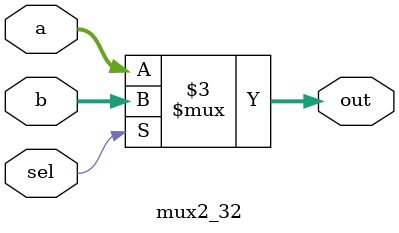
<source format=v>
module mux2_32(a, b, sel, out);
	input [31:0] a, b;
	input sel;
	output reg [31:0] out;
	
	always @(a or b or sel)
		out = (sel == 0) ? a : b;
		
endmodule
</source>
